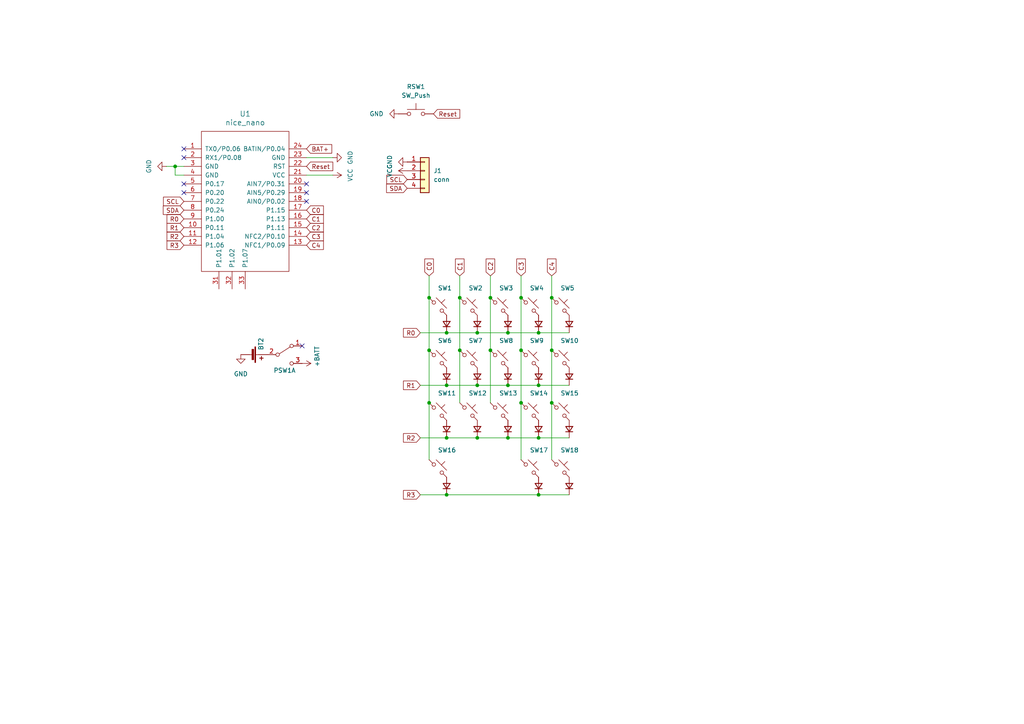
<source format=kicad_sch>
(kicad_sch (version 20250114) (generator "eeschema") (generator_version "9.0")
  (paper "A4")
  (lib_symbols
    (symbol "Connector_Generic:Conn_01x04" (pin_names (offset 1.016) (hide yes))
      (property "Reference" "J" (at 0 5.08 0))
      (property "Value" "conn" (at 0 -7.62 0))
      (symbol "Conn_01x04_1_1"
        (rectangle (start -1.27 3.81) (end 1.27 -6.35) (stroke (width 0.254)) (fill (type background)))
        (rectangle (start -1.27 2.667) (end 0 2.413) (stroke (width 0.1524)))
        (rectangle (start -1.27 0.127) (end 0 -0.127) (stroke (width 0.1524)))
        (rectangle (start -1.27 -2.413) (end 0 -2.667) (stroke (width 0.1524)))
        (rectangle (start -1.27 -4.953) (end 0 -5.207) (stroke (width 0.1524)))
        (pin passive line (at -5.08 2.54 0) (length 3.81) (name "Pin_1") (number "1"))
        (pin passive line (at -5.08 0 0) (length 3.81) (name "Pin_2") (number "2"))
        (pin passive line (at -5.08 -2.54 0) (length 3.81) (name "Pin_3") (number "3"))
        (pin passive line (at -5.08 -5.08 0) (length 3.81) (name "Pin_4") (number "4"))
      )
    )
    (symbol "Device:Battery_Cell" (pin_numbers (hide yes)) (pin_names (offset 0) (hide yes))
      (property "Reference" "BT" (at 2.54 2.54 0))
      (property "Value" "Battery_Cell" (at 2.54 0 0))
      (symbol "Battery_Cell_0_1"
        (rectangle (start -2.286 1.778) (end 2.286 1.524) (fill (type outline)))
        (rectangle (start -1.5748 1.1938) (end 1.4732 0.6858) (fill (type outline)))
        (polyline (pts (xy 0 1.778) (xy 0 2.54)))
        (polyline (pts (xy 0 0.762) (xy 0 0)))
        (polyline (pts (xy 0.508 3.429) (xy 1.524 3.429)) (stroke (width 0.254)))
        (polyline (pts (xy 1.016 3.937) (xy 1.016 2.921)) (stroke (width 0.254)))
      )
      (symbol "Battery_Cell_1_1"
        (pin passive line (at 0 5.08 270) (length 2.54) (name "+") (number "1"))
        (pin passive line (at 0 -2.54 90) (length 2.54) (name "-") (number "2"))
      )
    )
    (symbol "Device:D_Small" (pin_numbers (hide yes)) (pin_names (offset 0.254) (hide yes))
      (property "Reference" "D" (at -1.27 2.032 0))
      (property "Value" "D_Small" (at -3.81 -2.032 0))
      (symbol "D_Small_0_1"
        (polyline (pts (xy -0.762 0) (xy 0.762 0)))
        (polyline (pts (xy -0.762 -1.016) (xy -0.762 1.016)) (stroke (width 0.254)))
        (polyline (pts (xy 0.762 -1.016) (xy -0.762 0) (xy 0.762 1.016) (xy 0.762 -1.016)) (stroke (width 0.254)))
      )
      (symbol "D_Small_1_1"
        (pin passive line (at -2.54 0 0) (length 1.778) (name "K") (number "1"))
        (pin passive line (at 2.54 0 180) (length 1.778) (name "A") (number "2"))
      )
    )
    (symbol "KLOTZ:MX_SW_HS" (pin_numbers (hide yes)) (pin_names (offset 1.016) (hide yes))
      (property "Reference" "SW" (at 3.048 1.016 0))
      (property "Value" "MX_SW_HS" (at 0 -3.81 0))
      (symbol "MX_SW_HS_0_1"
        (polyline (pts (xy -2.54 2.54) (xy -1.524 1.524) (xy -1.524 1.524)))
        (circle (center -1.1684 1.1684) (radius 0.508))
        (polyline (pts (xy -0.508 2.54) (xy 2.54 -0.508)))
        (polyline (pts (xy 1.016 1.016) (xy 2.032 2.032)))
        (circle (center 1.143 -1.1938) (radius 0.508))
        (polyline (pts (xy 1.524 -1.524) (xy 2.54 -2.54) (xy 2.54 -2.54) (xy 2.54 -2.54)))
        (pin passive line (at -2.54 2.54 0) (length 0) (name "1") (number "1"))
        (pin passive line (at 2.54 -2.54 180) (length 0) (name "2") (number "2"))
      )
    )
    (symbol "Switch:SW_DPDT_x2" (pin_names (offset 0) (hide yes))
      (property "Reference" "SW" (at 0 4.318 0))
      (property "Value" "SW_DPDT_x2" (at 0 -5.08 0))
      (symbol "SW_DPDT_x2_0_0"
        (circle (center -2.032 0) (radius 0.508))
        (circle (center 2.032 -2.54) (radius 0.508))
      )
      (symbol "SW_DPDT_x2_0_1"
        (polyline (pts (xy -1.524 0.254) (xy 1.651 2.286)))
        (circle (center 2.032 2.54) (radius 0.508))
      )
      (symbol "SW_DPDT_x2_1_1"
        (pin passive line (at -5.08 0 0) (length 2.54) (name "B") (number "2"))
        (pin passive line (at 5.08 2.54 180) (length 2.54) (name "A") (number "1"))
        (pin passive line (at 5.08 -2.54 180) (length 2.54) (name "C") (number "3"))
      )
      (symbol "SW_DPDT_x2_2_1"
        (pin passive line (at -5.08 0 0) (length 2.54) (name "B") (number "5"))
        (pin passive line (at 5.08 2.54 180) (length 2.54) (name "A") (number "4"))
        (pin passive line (at 5.08 -2.54 180) (length 2.54) (name "C") (number "6"))
      )
    )
    (symbol "Switch:SW_Push" (pin_numbers (hide yes)) (pin_names (offset 1.016) (hide yes))
      (property "Reference" "SW" (at 1.27 2.54 0))
      (property "Value" "SW_Push" (at 0 -1.524 0))
      (symbol "SW_Push_0_1"
        (circle (center -2.032 0) (radius 0.508))
        (polyline (pts (xy 0 1.27) (xy 0 3.048)))
        (circle (center 2.032 0) (radius 0.508))
        (polyline (pts (xy 2.54 1.27) (xy -2.54 1.27)))
        (pin passive line (at -5.08 0 0) (length 2.54) (name "1") (number "1"))
        (pin passive line (at 5.08 0 180) (length 2.54) (name "2") (number "2"))
      )
    )
    (symbol "power:+BATT" (power) (pin_names (offset 0))
      (property "Value" "+BATT" (at 0 3.556 0))
      (symbol "+BATT_0_1"
        (polyline (pts (xy -0.762 1.27) (xy 0 2.54)))
        (polyline (pts (xy 0 2.54) (xy 0.762 1.27)))
        (polyline (pts (xy 0 0) (xy 0 2.54)))
      )
      (symbol "+BATT_1_1"
        (pin power_in line (at 0 0 90) (length 0) (hide yes) (name "+BATT") (number "1"))
      )
    )
    (symbol "power:GND" (power) (pin_numbers (hide yes)) (pin_names (offset 0) (hide yes))
      (property "Value" "GND" (at 0 -3.81 0))
      (symbol "GND_0_1"
        (polyline (pts (xy 0 0) (xy 0 -1.27) (xy 1.27 -1.27) (xy 0 -2.54) (xy -1.27 -1.27) (xy 0 -1.27)))
      )
      (symbol "GND_1_1"
        (pin power_in line (at 0 0 270) (length 0) (name "~") (number "1"))
      )
    )
    (symbol "power:VCC" (power) (pin_numbers (hide yes)) (pin_names (offset 0) (hide yes))
      (property "Value" "VCC" (at 0 3.556 0))
      (symbol "VCC_0_1"
        (polyline (pts (xy -0.762 1.27) (xy 0 2.54)))
        (polyline (pts (xy 0 2.54) (xy 0.762 1.27)))
        (polyline (pts (xy 0 0) (xy 0 2.54)))
      )
      (symbol "VCC_1_1"
        (pin power_in line (at 0 0 90) (length 0) (name "~") (number "1"))
      )
    )
    (symbol "xylo:nice_nano" (pin_names (offset 1.016))
      (property "Reference" "U" (at 0 0 0))
      (property "Value" "nice_nano" (at 0 2.54 0))
      (symbol "nice_nano_0_1"
        (rectangle (start -12.7 -21.59) (end 12.7 19.05))
      )
      (symbol "nice_nano_1_1"
        (pin input line (at -17.78 13.97 0) (length 5.08) (name "TX0/P0.06") (number "1"))
        (pin input line (at -17.78 11.43 0) (length 5.08) (name "RX1/P0.08") (number "2"))
        (pin input line (at -17.78 8.89 0) (length 5.08) (name "GND") (number "3"))
        (pin input line (at -17.78 6.35 0) (length 5.08) (name "GND") (number "4"))
        (pin input line (at -17.78 3.81 0) (length 5.08) (name "P0.17") (number "5"))
        (pin input line (at -17.78 1.27 0) (length 5.08) (name "P0.20") (number "6"))
        (pin input line (at -17.78 -1.27 0) (length 5.08) (name "P0.22") (number "7"))
        (pin input line (at -17.78 -3.81 0) (length 5.08) (name "P0.24") (number "8"))
        (pin input line (at -17.78 -6.35 0) (length 5.08) (name "P1.00") (number "9"))
        (pin input line (at -17.78 -8.89 0) (length 5.08) (name "P0.11") (number "10"))
        (pin input line (at -17.78 -11.43 0) (length 5.08) (name "P1.04") (number "11"))
        (pin input line (at -17.78 -13.97 0) (length 5.08) (name "P1.06") (number "12"))
        (pin input line (at -7.62 -26.67 90) (length 5.08) (name "P1.01") (number "31"))
        (pin input line (at -3.81 -26.67 90) (length 5.08) (name "P1.02") (number "32"))
        (pin input line (at 0 -26.67 90) (length 5.08) (name "P1.07") (number "33"))
        (pin input line (at 17.78 13.97 180) (length 5.08) (name "BATIN/P0.04") (number "24"))
        (pin input line (at 17.78 11.43 180) (length 5.08) (name "GND") (number "23"))
        (pin input line (at 17.78 8.89 180) (length 5.08) (name "RST") (number "22"))
        (pin input line (at 17.78 6.35 180) (length 5.08) (name "VCC") (number "21"))
        (pin input line (at 17.78 3.81 180) (length 5.08) (name "AIN7/P0.31") (number "20"))
        (pin input line (at 17.78 1.27 180) (length 5.08) (name "AIN5/P0.29") (number "19"))
        (pin input line (at 17.78 -1.27 180) (length 5.08) (name "AIN0/P0.02") (number "18"))
        (pin input line (at 17.78 -3.81 180) (length 5.08) (name "P1.15") (number "17"))
        (pin input line (at 17.78 -6.35 180) (length 5.08) (name "P1.13") (number "16"))
        (pin input line (at 17.78 -8.89 180) (length 5.08) (name "P1.11") (number "15"))
        (pin input line (at 17.78 -11.43 180) (length 5.08) (name "NFC2/P0.10") (number "14"))
        (pin input line (at 17.78 -13.97 180) (length 5.08) (name "NFC1/P0.09") (number "13"))
      )
    )
  )
  (junction (at 160.02 116.84))
  (junction (at 129.54 143.51))
  (junction (at 129.54 96.52))
  (junction (at 133.35 86.36))
  (junction (at 124.46 116.84))
  (junction (at 138.43 127))
  (junction (at 160.02 101.6))
  (junction (at 129.54 127))
  (junction (at 147.32 127))
  (junction (at 151.13 116.84))
  (junction (at 124.46 101.6))
  (junction (at 147.32 111.76))
  (junction (at 138.43 96.52))
  (junction (at 129.54 111.76))
  (junction (at 138.43 111.76))
  (junction (at 156.21 96.52))
  (junction (at 156.21 143.51))
  (junction (at 142.24 101.6))
  (junction (at 124.46 86.36))
  (junction (at 151.13 86.36))
  (junction (at 156.21 111.76))
  (junction (at 133.35 101.6))
  (junction (at 151.13 101.6))
  (junction (at 160.02 86.36))
  (junction (at 156.21 127))
  (junction (at 147.32 96.52))
  (junction (at 50.8 48.26))
  (junction (at 142.24 86.36))
  (no_connect (at 53.34 55.88))
  (no_connect (at 87.63 100.33))
  (no_connect (at 88.9 58.42))
  (no_connect (at 53.34 43.18))
  (no_connect (at 88.9 53.34))
  (no_connect (at 88.9 55.88))
  (no_connect (at 53.34 45.72))
  (no_connect (at 53.34 53.34))
  (wire (pts (xy 133.35 80.01) (xy 133.35 86.36)))
  (wire (pts (xy 160.02 116.84) (xy 160.02 133.35)))
  (wire (pts (xy 156.21 111.76) (xy 165.1 111.76)))
  (wire (pts (xy 142.24 80.01) (xy 142.24 86.36)))
  (wire (pts (xy 121.92 127) (xy 129.54 127)))
  (wire (pts (xy 129.54 127) (xy 138.43 127)))
  (wire (pts (xy 124.46 116.84) (xy 124.46 133.35)))
  (wire (pts (xy 121.92 96.52) (xy 129.54 96.52)))
  (wire (pts (xy 156.21 96.52) (xy 165.1 96.52)))
  (wire (pts (xy 88.9 45.72) (xy 96.52 45.72)))
  (wire (pts (xy 147.32 111.76) (xy 156.21 111.76)))
  (wire (pts (xy 151.13 101.6) (xy 151.13 116.84)))
  (wire (pts (xy 147.32 127) (xy 156.21 127)))
  (wire (pts (xy 151.13 116.84) (xy 151.13 133.35)))
  (wire (pts (xy 138.43 111.76) (xy 147.32 111.76)))
  (wire (pts (xy 129.54 143.51) (xy 156.21 143.51)))
  (wire (pts (xy 124.46 86.36) (xy 124.46 101.6)))
  (wire (pts (xy 138.43 127) (xy 147.32 127)))
  (wire (pts (xy 121.92 143.51) (xy 129.54 143.51)))
  (wire (pts (xy 50.8 48.26) (xy 53.34 48.26)))
  (wire (pts (xy 147.32 96.52) (xy 156.21 96.52)))
  (wire (pts (xy 160.02 86.36) (xy 160.02 101.6)))
  (wire (pts (xy 133.35 101.6) (xy 133.35 116.84)))
  (wire (pts (xy 151.13 80.01) (xy 151.13 86.36)))
  (wire (pts (xy 124.46 101.6) (xy 124.46 116.84)))
  (wire (pts (xy 124.46 80.01) (xy 124.46 86.36)))
  (wire (pts (xy 160.02 101.6) (xy 160.02 116.84)))
  (wire (pts (xy 50.8 50.8) (xy 50.8 48.26)))
  (wire (pts (xy 138.43 96.52) (xy 147.32 96.52)))
  (wire (pts (xy 133.35 86.36) (xy 133.35 101.6)))
  (wire (pts (xy 156.21 143.51) (xy 165.1 143.51)))
  (wire (pts (xy 156.21 127) (xy 165.1 127)))
  (wire (pts (xy 53.34 50.8) (xy 50.8 50.8)))
  (wire (pts (xy 96.52 50.8) (xy 88.9 50.8)))
  (wire (pts (xy 142.24 101.6) (xy 142.24 116.84)))
  (wire (pts (xy 129.54 96.52) (xy 138.43 96.52)))
  (wire (pts (xy 160.02 80.01) (xy 160.02 86.36)))
  (wire (pts (xy 121.92 111.76) (xy 129.54 111.76)))
  (wire (pts (xy 48.26 48.26) (xy 50.8 48.26)))
  (wire (pts (xy 151.13 86.36) (xy 151.13 101.6)))
  (wire (pts (xy 129.54 111.76) (xy 138.43 111.76)))
  (wire (pts (xy 142.24 86.36) (xy 142.24 101.6)))
  (global_label "C1" (shape input) (at 133.35 80.01 90) (property "Intersheetrefs" "${INTERSHEET_REFS}" (effects (hide yes))))
  (global_label "SCL" (shape input) (at 53.34 58.42 180) (property "Intersheetrefs" "${INTERSHEET_REFS}" (effects (hide yes))))
  (global_label "SDA" (shape input) (at 53.34 60.96 180) (property "Intersheetrefs" "${INTERSHEET_REFS}" (effects (hide yes))))
  (global_label "C4" (shape input) (at 160.02 80.01 90) (property "Intersheetrefs" "${INTERSHEET_REFS}" (effects (hide yes))))
  (global_label "R3" (shape input) (at 53.34 71.12 180) (property "Intersheetrefs" "${INTERSHEET_REFS}" (effects (hide yes))))
  (global_label "R0" (shape input) (at 53.34 63.5 180) (property "Intersheetrefs" "${INTERSHEET_REFS}" (effects (hide yes))))
  (global_label "R1" (shape input) (at 121.92 111.76 180) (property "Intersheetrefs" "${INTERSHEET_REFS}" (effects (hide yes))))
  (global_label "SCL" (shape input) (at 118.11 52.07 180) (property "Intersheetrefs" "${INTERSHEET_REFS}" (effects (hide yes))))
  (global_label "C1" (shape input) (at 88.9 63.5 0) (property "Intersheetrefs" "${INTERSHEET_REFS}" (effects (hide yes))))
  (global_label "SDA" (shape input) (at 118.11 54.61 180) (property "Intersheetrefs" "${INTERSHEET_REFS}" (effects (hide yes))))
  (global_label "C2" (shape input) (at 88.9 66.04 0) (property "Intersheetrefs" "${INTERSHEET_REFS}" (effects (hide yes))))
  (global_label "C4" (shape input) (at 88.9 71.12 0) (property "Intersheetrefs" "${INTERSHEET_REFS}" (effects (hide yes))))
  (global_label "BAT+" (shape input) (at 88.9 43.18 0) (property "Intersheetrefs" "${INTERSHEET_REFS}" (effects (hide yes))))
  (global_label "R1" (shape input) (at 53.34 66.04 180) (property "Intersheetrefs" "${INTERSHEET_REFS}" (effects (hide yes))))
  (global_label "C0" (shape input) (at 124.46 80.01 90) (property "Intersheetrefs" "${INTERSHEET_REFS}" (effects (hide yes))))
  (global_label "C0" (shape input) (at 88.9 60.96 0) (property "Intersheetrefs" "${INTERSHEET_REFS}" (effects (hide yes))))
  (global_label "C2" (shape input) (at 142.24 80.01 90) (property "Intersheetrefs" "${INTERSHEET_REFS}" (effects (hide yes))))
  (global_label "C3" (shape input) (at 151.13 80.01 90) (property "Intersheetrefs" "${INTERSHEET_REFS}" (effects (hide yes))))
  (global_label "R2" (shape input) (at 53.34 68.58 180) (property "Intersheetrefs" "${INTERSHEET_REFS}" (effects (hide yes))))
  (global_label "Reset" (shape input) (at 88.9 48.26 0) (property "Intersheetrefs" "${INTERSHEET_REFS}" (effects (hide yes))))
  (global_label "C3" (shape input) (at 88.9 68.58 0) (property "Intersheetrefs" "${INTERSHEET_REFS}" (effects (hide yes))))
  (global_label "R0" (shape input) (at 121.92 96.52 180) (property "Intersheetrefs" "${INTERSHEET_REFS}" (effects (hide yes))))
  (global_label "R2" (shape input) (at 121.92 127 180) (property "Intersheetrefs" "${INTERSHEET_REFS}" (effects (hide yes))))
  (global_label "Reset" (shape input) (at 125.73 33.02 0) (property "Intersheetrefs" "${INTERSHEET_REFS}" (effects (hide yes))))
  (global_label "R3" (shape input) (at 121.92 143.51 180) (property "Intersheetrefs" "${INTERSHEET_REFS}" (effects (hide yes))))
  (symbol (lib_id "power:GND") (at 115.57 33.02 270) (unit 1)
    (property "Reference" "#PWR0105" (effects (hide yes)))
    (property "Value" "GND" (at 111.252 33.0199 90) (effects (justify right)))
  )
  (symbol (lib_id "Device:D_Small") (at 138.43 124.46 90) (unit 1)
    (property "Reference" "D12" (effects (hide yes)))
    (property "Value" "D_Small" (effects (hide yes)))
    (property "Footprint" "xylo:D3_TH_SMD_v2" (effects (hide yes)))
  )
  (symbol (lib_id "Connector_Generic:Conn_01x04") (at 123.19 49.53 0) (unit 1)
    (property "Reference" "J1" (at 125.73 49.5299 0) (effects (justify left)))
    (property "Value" "conn" (at 125.73 52.0699 0) (effects (justify left)))
    (property "Footprint" "xylo:EX_conn" (effects (hide yes)))
    (property "Description" "Generic connector, single row, 01x04, script generated (kicad-library-utils/schlib/autogen/connector/)" (effects (hide yes)))
  )
  (symbol (lib_id "power:+BATT") (at 87.63 105.41 270) (unit 1)
    (property "Reference" "#PWR0106" (effects (hide yes)))
    (property "Value" "+BATT" (at 91.948 103.378 0))
  )
  (symbol (lib_id "KLOTZ:MX_SW_HS") (at 162.56 104.14 0) (unit 1)
    (property "Reference" "SW10" (at 162.56 98.806 0) (effects (justify left)))
    (property "Value" "MX_SW_HS" (effects (hide yes)))
    (property "Footprint" "xylo:Kailh_socket_PG1350_reversible" (effects (hide yes)))
  )
  (symbol (lib_id "Device:D_Small") (at 156.21 140.97 90) (unit 1)
    (property "Reference" "D17" (effects (hide yes)))
    (property "Value" "D_Small" (effects (hide yes)))
    (property "Footprint" "xylo:D3_TH_SMD_v2" (effects (hide yes)))
  )
  (symbol (lib_id "Device:D_Small") (at 129.54 93.98 90) (unit 1)
    (property "Reference" "D1" (effects (hide yes)))
    (property "Value" "D_Small" (effects (hide yes)))
    (property "Footprint" "xylo:D3_TH_SMD_v2" (effects (hide yes)))
  )
  (symbol (lib_id "Device:D_Small") (at 138.43 109.22 90) (unit 1)
    (property "Reference" "D7" (effects (hide yes)))
    (property "Value" "D_Small" (effects (hide yes)))
    (property "Footprint" "xylo:D3_TH_SMD_v2" (effects (hide yes)))
  )
  (symbol (lib_id "Device:D_Small") (at 129.54 109.22 90) (unit 1)
    (property "Reference" "D6" (effects (hide yes)))
    (property "Value" "D_Small" (effects (hide yes)))
    (property "Footprint" "xylo:D3_TH_SMD_v2" (effects (hide yes)))
  )
  (symbol (lib_id "KLOTZ:MX_SW_HS") (at 135.89 119.38 0) (unit 1)
    (property "Reference" "SW12" (at 135.89 114.046 0) (effects (justify left)))
    (property "Value" "MX_SW_HS" (effects (hide yes)))
    (property "Footprint" "xylo:Kailh_socket_PG1350_reversible" (effects (hide yes)))
  )
  (symbol (lib_id "Device:D_Small") (at 156.21 93.98 90) (unit 1)
    (property "Reference" "D4" (effects (hide yes)))
    (property "Value" "D_Small" (effects (hide yes)))
    (property "Footprint" "xylo:D3_TH_SMD_v2" (effects (hide yes)))
  )
  (symbol (lib_id "Device:D_Small") (at 147.32 93.98 90) (unit 1)
    (property "Reference" "D3" (effects (hide yes)))
    (property "Value" "D_Small" (effects (hide yes)))
    (property "Footprint" "xylo:D3_TH_SMD_v2" (effects (hide yes)))
  )
  (symbol (lib_id "KLOTZ:MX_SW_HS") (at 144.78 104.14 0) (unit 1)
    (property "Reference" "SW8" (at 144.78 98.806 0) (effects (justify left)))
    (property "Value" "MX_SW_HS" (effects (hide yes)))
    (property "Footprint" "xylo:Kailh_socket_PG1350_reversible" (effects (hide yes)))
  )
  (symbol (lib_id "KLOTZ:MX_SW_HS") (at 153.67 88.9 0) (unit 1)
    (property "Reference" "SW4" (at 153.67 83.566 0) (effects (justify left)))
    (property "Value" "MX_SW_HS" (effects (hide yes)))
    (property "Footprint" "xylo:Kailh_socket_PG1350_reversible" (effects (hide yes)))
  )
  (symbol (lib_id "Device:D_Small") (at 165.1 140.97 90) (unit 1)
    (property "Reference" "D18" (effects (hide yes)))
    (property "Value" "D_Small" (effects (hide yes)))
    (property "Footprint" "xylo:D3_TH_SMD_v2" (effects (hide yes)))
  )
  (symbol (lib_id "Device:D_Small") (at 129.54 124.46 90) (unit 1)
    (property "Reference" "D11" (effects (hide yes)))
    (property "Value" "D_Small" (effects (hide yes)))
    (property "Footprint" "xylo:D3_TH_SMD_v2" (effects (hide yes)))
  )
  (symbol (lib_id "KLOTZ:MX_SW_HS") (at 162.56 119.38 0) (unit 1)
    (property "Reference" "SW15" (at 162.56 114.046 0) (effects (justify left)))
    (property "Value" "MX_SW_HS" (effects (hide yes)))
    (property "Footprint" "xylo:Kailh_socket_PG1350_reversible" (effects (hide yes)))
  )
  (symbol (lib_id "Device:D_Small") (at 156.21 109.22 90) (unit 1)
    (property "Reference" "D9" (effects (hide yes)))
    (property "Value" "D_Small" (effects (hide yes)))
    (property "Footprint" "xylo:D3_TH_SMD_v2" (effects (hide yes)))
  )
  (symbol (lib_id "Switch:SW_Push") (at 120.65 33.02 0) (unit 1)
    (property "Reference" "RSW1" (at 120.65 25.146 0))
    (property "Value" "SW_Push" (at 120.65 27.686 0))
    (property "Footprint" "xylo:ResetSW" (effects (hide yes)))
  )
  (symbol (lib_id "KLOTZ:MX_SW_HS") (at 162.56 88.9 0) (unit 1)
    (property "Reference" "SW5" (at 162.56 83.566 0) (effects (justify left)))
    (property "Value" "MX_SW_HS" (effects (hide yes)))
    (property "Footprint" "xylo:Kailh_socket_PG1350_reversible" (effects (hide yes)))
  )
  (symbol (lib_id "Device:D_Small") (at 147.32 124.46 90) (unit 1)
    (property "Reference" "D13" (effects (hide yes)))
    (property "Value" "D_Small" (effects (hide yes)))
    (property "Footprint" "xylo:D3_TH_SMD_v2" (effects (hide yes)))
  )
  (symbol (lib_id "Device:D_Small") (at 156.21 124.46 90) (unit 1)
    (property "Reference" "D14" (effects (hide yes)))
    (property "Value" "D_Small" (effects (hide yes)))
    (property "Footprint" "xylo:D3_TH_SMD_v2" (effects (hide yes)))
  )
  (symbol (lib_id "power:GND") (at 118.11 46.99 270) (unit 1)
    (property "Reference" "#PWR05" (effects (hide yes)))
    (property "Value" "GND" (at 113.03 46.99 0))
    (property "Description" "Power symbol creates a global label with name \"GND\" , ground" (effects (hide yes)))
  )
  (symbol (lib_id "KLOTZ:MX_SW_HS") (at 144.78 88.9 0) (unit 1)
    (property "Reference" "SW3" (at 144.78 83.566 0) (effects (justify left)))
    (property "Value" "MX_SW_HS" (effects (hide yes)))
    (property "Footprint" "xylo:Kailh_socket_PG1350_reversible" (effects (hide yes)))
  )
  (symbol (lib_id "power:GND") (at 48.26 48.26 270) (unit 1)
    (property "Reference" "#PWR03" (effects (hide yes)))
    (property "Value" "GND" (at 43.18 48.26 0))
    (property "Description" "Power symbol creates a global label with name \"GND\" , ground" (effects (hide yes)))
  )
  (symbol (lib_id "KLOTZ:MX_SW_HS") (at 127 104.14 0) (unit 1)
    (property "Reference" "SW6" (at 127 98.806 0) (effects (justify left)))
    (property "Value" "MX_SW_HS" (effects (hide yes)))
    (property "Footprint" "xylo:Kailh_socket_PG1350_reversible" (effects (hide yes)))
  )
  (symbol (lib_id "Device:Battery_Cell") (at 72.39 102.87 270) (unit 1)
    (property "Reference" "BT2" (at 75.692 101.6 0) (effects (justify right)))
    (property "Value" "Battery_Cell" (effects (hide yes)))
    (property "Footprint" "xylo:Battery_TH" (effects (hide yes)))
  )
  (symbol (lib_id "Device:D_Small") (at 129.54 140.97 90) (unit 1)
    (property "Reference" "D16" (effects (hide yes)))
    (property "Value" "D_Small" (effects (hide yes)))
    (property "Footprint" "xylo:D3_TH_SMD_v2" (effects (hide yes)))
  )
  (symbol (lib_id "KLOTZ:MX_SW_HS") (at 127 88.9 0) (unit 1)
    (property "Reference" "SW1" (at 127 83.566 0) (effects (justify left)))
    (property "Value" "MX_SW_HS" (effects (hide yes)))
    (property "Footprint" "xylo:Kailh_socket_PG1350_reversible" (effects (hide yes)))
  )
  (symbol (lib_id "KLOTZ:MX_SW_HS") (at 135.89 88.9 0) (unit 1)
    (property "Reference" "SW2" (at 135.89 83.566 0) (effects (justify left)))
    (property "Value" "MX_SW_HS" (effects (hide yes)))
    (property "Footprint" "xylo:Kailh_socket_PG1350_reversible" (effects (hide yes)))
  )
  (symbol (lib_id "KLOTZ:MX_SW_HS") (at 127 135.89 0) (unit 1)
    (property "Reference" "SW16" (at 127 130.556 0) (effects (justify left)))
    (property "Value" "MX_SW_HS" (effects (hide yes)))
    (property "Footprint" "xylo:Kailh_socket_PG1350_reversible" (effects (hide yes)))
  )
  (symbol (lib_id "KLOTZ:MX_SW_HS") (at 127 119.38 0) (unit 1)
    (property "Reference" "SW11" (at 127 114.046 0) (effects (justify left)))
    (property "Value" "MX_SW_HS" (effects (hide yes)))
    (property "Footprint" "xylo:Kailh_socket_PG1350_reversible" (effects (hide yes)))
  )
  (symbol (lib_id "power:VCC") (at 96.52 50.8 270) (unit 1)
    (property "Reference" "#PWR02" (effects (hide yes)))
    (property "Value" "VCC" (at 101.6 50.8 0))
    (property "Description" "Power symbol creates a global label with name \"VCC\"" (effects (hide yes)))
  )
  (symbol (lib_id "KLOTZ:MX_SW_HS") (at 135.89 104.14 0) (unit 1)
    (property "Reference" "SW7" (at 135.89 98.806 0) (effects (justify left)))
    (property "Value" "MX_SW_HS" (effects (hide yes)))
    (property "Footprint" "xylo:Kailh_socket_PG1350_reversible" (effects (hide yes)))
  )
  (symbol (lib_id "power:VCC") (at 118.11 49.53 90) (unit 1)
    (property "Reference" "#PWR04" (effects (hide yes)))
    (property "Value" "VCC" (at 113.03 49.53 0))
    (property "Description" "Power symbol creates a global label with name \"VCC\"" (effects (hide yes)))
  )
  (symbol (lib_id "KLOTZ:MX_SW_HS") (at 153.67 119.38 0) (unit 1)
    (property "Reference" "SW14" (at 153.67 114.046 0) (effects (justify left)))
    (property "Value" "MX_SW_HS" (effects (hide yes)))
    (property "Footprint" "xylo:Kailh_socket_PG1350_reversible" (effects (hide yes)))
  )
  (symbol (lib_id "power:GND") (at 96.52 45.72 90) (unit 1)
    (property "Reference" "#PWR01" (effects (hide yes)))
    (property "Value" "GND" (at 101.6 45.72 0))
    (property "Description" "Power symbol creates a global label with name \"GND\" , ground" (effects (hide yes)))
  )
  (symbol (lib_id "Switch:SW_DPDT_x2") (at 82.55 102.87 0) (unit 1)
    (property "Reference" "PSW1" (at 82.55 107.442 0))
    (property "Value" "SW_DPDT_x2" (effects (hide yes)))
    (property "Footprint" "xylo:MSK12C02_reversible" (effects (hide yes)))
  )
  (symbol (lib_id "KLOTZ:MX_SW_HS") (at 162.56 135.89 0) (unit 1)
    (property "Reference" "SW18" (at 162.56 130.556 0) (effects (justify left)))
    (property "Value" "MX_SW_HS" (effects (hide yes)))
    (property "Footprint" "xylo:Kailh_socket_PG1350_reversible" (effects (hide yes)))
  )
  (symbol (lib_id "KLOTZ:MX_SW_HS") (at 153.67 135.89 0) (unit 1)
    (property "Reference" "SW17" (at 153.67 130.556 0) (effects (justify left)))
    (property "Value" "MX_SW_HS" (effects (hide yes)))
    (property "Footprint" "xylo:Kailh_socket_PG1350_reversible" (effects (hide yes)))
  )
  (symbol (lib_id "Device:D_Small") (at 138.43 93.98 90) (unit 1)
    (property "Reference" "D2" (effects (hide yes)))
    (property "Value" "D_Small" (effects (hide yes)))
    (property "Footprint" "xylo:D3_TH_SMD_v2" (effects (hide yes)))
  )
  (symbol (lib_id "xylo:nice_nano") (at 71.12 57.15 0) (unit 1)
    (property "Reference" "U1" (at 71.12 33.02 0) (effects (font (size 1.524 1.524))))
    (property "Value" "nice_nano" (at 71.12 35.56 0) (effects (font (size 1.524 1.524))))
    (property "Footprint" "xylo:ProMicro_v2" (effects (hide yes)))
  )
  (symbol (lib_id "Device:D_Small") (at 165.1 93.98 90) (unit 1)
    (property "Reference" "D5" (effects (hide yes)))
    (property "Value" "D_Small" (effects (hide yes)))
    (property "Footprint" "xylo:D3_TH_SMD_v2" (effects (hide yes)))
  )
  (symbol (lib_id "power:GND") (at 69.85 102.87 0) (unit 1)
    (property "Reference" "#PWR0107" (effects (hide yes)))
    (property "Value" "GND" (at 69.85 108.458 0))
  )
  (symbol (lib_id "Device:D_Small") (at 165.1 109.22 90) (unit 1)
    (property "Reference" "D10" (effects (hide yes)))
    (property "Value" "D_Small" (effects (hide yes)))
    (property "Footprint" "xylo:D3_TH_SMD_v2" (effects (hide yes)))
  )
  (symbol (lib_id "KLOTZ:MX_SW_HS") (at 153.67 104.14 0) (unit 1)
    (property "Reference" "SW9" (at 153.67 98.806 0) (effects (justify left)))
    (property "Value" "MX_SW_HS" (effects (hide yes)))
    (property "Footprint" "xylo:Kailh_socket_PG1350_reversible" (effects (hide yes)))
  )
  (symbol (lib_id "Device:D_Small") (at 147.32 109.22 90) (unit 1)
    (property "Reference" "D8" (effects (hide yes)))
    (property "Value" "D_Small" (effects (hide yes)))
    (property "Footprint" "xylo:D3_TH_SMD_v2" (effects (hide yes)))
  )
  (symbol (lib_id "KLOTZ:MX_SW_HS") (at 144.78 119.38 0) (unit 1)
    (property "Reference" "SW13" (at 144.78 114.046 0) (effects (justify left)))
    (property "Value" "MX_SW_HS" (effects (hide yes)))
    (property "Footprint" "xylo:Kailh_socket_PG1350_reversible" (effects (hide yes)))
  )
  (symbol (lib_id "Device:D_Small") (at 165.1 124.46 90) (unit 1)
    (property "Reference" "D15" (effects (hide yes)))
    (property "Value" "D_Small" (effects (hide yes)))
    (property "Footprint" "xylo:D3_TH_SMD_v2" (effects (hide yes)))
  )
)
</source>
